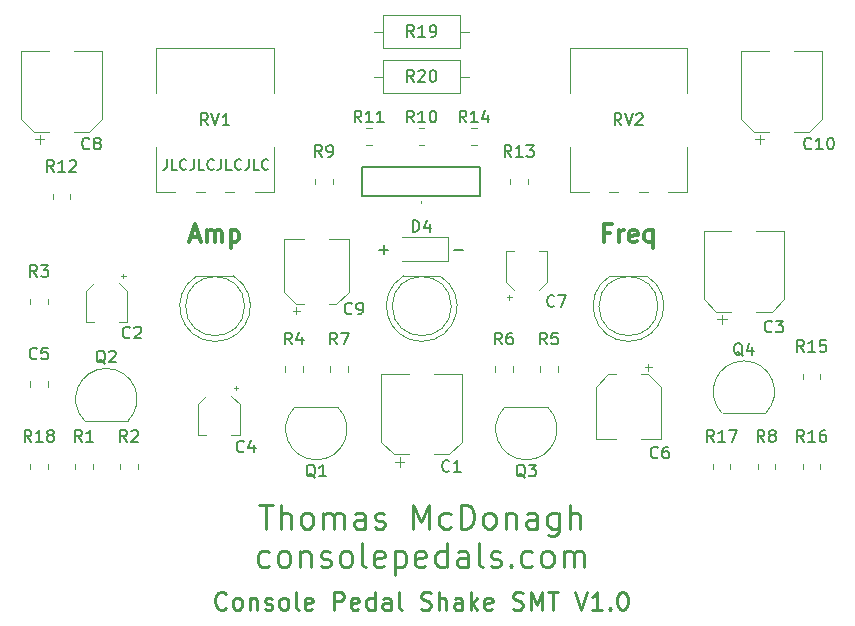
<source format=gbr>
G04 #@! TF.GenerationSoftware,KiCad,Pcbnew,(5.1.7)-1*
G04 #@! TF.CreationDate,2021-08-29T20:02:24-05:00*
G04 #@! TF.ProjectId,ConsolePedalShakeSMT,436f6e73-6f6c-4655-9065-64616c536861,rev?*
G04 #@! TF.SameCoordinates,Original*
G04 #@! TF.FileFunction,Legend,Top*
G04 #@! TF.FilePolarity,Positive*
%FSLAX46Y46*%
G04 Gerber Fmt 4.6, Leading zero omitted, Abs format (unit mm)*
G04 Created by KiCad (PCBNEW (5.1.7)-1) date 2021-08-29 20:02:24*
%MOMM*%
%LPD*%
G01*
G04 APERTURE LIST*
%ADD10C,0.150000*%
%ADD11C,0.300000*%
%ADD12C,0.250000*%
%ADD13C,0.100000*%
%ADD14C,0.200000*%
%ADD15C,0.120000*%
G04 APERTURE END LIST*
D10*
X135509047Y-91511428D02*
X136270952Y-91511428D01*
X129159047Y-91511428D02*
X129920952Y-91511428D01*
X129540000Y-91892380D02*
X129540000Y-91130476D01*
D11*
X148678571Y-90062857D02*
X148178571Y-90062857D01*
X148178571Y-90848571D02*
X148178571Y-89348571D01*
X148892857Y-89348571D01*
X149464285Y-90848571D02*
X149464285Y-89848571D01*
X149464285Y-90134285D02*
X149535714Y-89991428D01*
X149607142Y-89920000D01*
X149750000Y-89848571D01*
X149892857Y-89848571D01*
X150964285Y-90777142D02*
X150821428Y-90848571D01*
X150535714Y-90848571D01*
X150392857Y-90777142D01*
X150321428Y-90634285D01*
X150321428Y-90062857D01*
X150392857Y-89920000D01*
X150535714Y-89848571D01*
X150821428Y-89848571D01*
X150964285Y-89920000D01*
X151035714Y-90062857D01*
X151035714Y-90205714D01*
X150321428Y-90348571D01*
X152321428Y-89848571D02*
X152321428Y-91348571D01*
X152321428Y-90777142D02*
X152178571Y-90848571D01*
X151892857Y-90848571D01*
X151750000Y-90777142D01*
X151678571Y-90705714D01*
X151607142Y-90562857D01*
X151607142Y-90134285D01*
X151678571Y-89991428D01*
X151750000Y-89920000D01*
X151892857Y-89848571D01*
X152178571Y-89848571D01*
X152321428Y-89920000D01*
X113214285Y-90420000D02*
X113928571Y-90420000D01*
X113071428Y-90848571D02*
X113571428Y-89348571D01*
X114071428Y-90848571D01*
X114571428Y-90848571D02*
X114571428Y-89848571D01*
X114571428Y-89991428D02*
X114642857Y-89920000D01*
X114785714Y-89848571D01*
X115000000Y-89848571D01*
X115142857Y-89920000D01*
X115214285Y-90062857D01*
X115214285Y-90848571D01*
X115214285Y-90062857D02*
X115285714Y-89920000D01*
X115428571Y-89848571D01*
X115642857Y-89848571D01*
X115785714Y-89920000D01*
X115857142Y-90062857D01*
X115857142Y-90848571D01*
X116571428Y-89848571D02*
X116571428Y-91348571D01*
X116571428Y-89920000D02*
X116714285Y-89848571D01*
X117000000Y-89848571D01*
X117142857Y-89920000D01*
X117214285Y-89991428D01*
X117285714Y-90134285D01*
X117285714Y-90562857D01*
X117214285Y-90705714D01*
X117142857Y-90777142D01*
X117000000Y-90848571D01*
X116714285Y-90848571D01*
X116571428Y-90777142D01*
D10*
X111158857Y-83835142D02*
X111158857Y-84478000D01*
X111116000Y-84606571D01*
X111030285Y-84692285D01*
X110901714Y-84735142D01*
X110816000Y-84735142D01*
X112016000Y-84735142D02*
X111587428Y-84735142D01*
X111587428Y-83835142D01*
X112830285Y-84649428D02*
X112787428Y-84692285D01*
X112658857Y-84735142D01*
X112573142Y-84735142D01*
X112444571Y-84692285D01*
X112358857Y-84606571D01*
X112316000Y-84520857D01*
X112273142Y-84349428D01*
X112273142Y-84220857D01*
X112316000Y-84049428D01*
X112358857Y-83963714D01*
X112444571Y-83878000D01*
X112573142Y-83835142D01*
X112658857Y-83835142D01*
X112787428Y-83878000D01*
X112830285Y-83920857D01*
X113473142Y-83835142D02*
X113473142Y-84478000D01*
X113430285Y-84606571D01*
X113344571Y-84692285D01*
X113216000Y-84735142D01*
X113130285Y-84735142D01*
X114330285Y-84735142D02*
X113901714Y-84735142D01*
X113901714Y-83835142D01*
X115144571Y-84649428D02*
X115101714Y-84692285D01*
X114973142Y-84735142D01*
X114887428Y-84735142D01*
X114758857Y-84692285D01*
X114673142Y-84606571D01*
X114630285Y-84520857D01*
X114587428Y-84349428D01*
X114587428Y-84220857D01*
X114630285Y-84049428D01*
X114673142Y-83963714D01*
X114758857Y-83878000D01*
X114887428Y-83835142D01*
X114973142Y-83835142D01*
X115101714Y-83878000D01*
X115144571Y-83920857D01*
X115787428Y-83835142D02*
X115787428Y-84478000D01*
X115744571Y-84606571D01*
X115658857Y-84692285D01*
X115530285Y-84735142D01*
X115444571Y-84735142D01*
X116644571Y-84735142D02*
X116216000Y-84735142D01*
X116216000Y-83835142D01*
X117458857Y-84649428D02*
X117416000Y-84692285D01*
X117287428Y-84735142D01*
X117201714Y-84735142D01*
X117073142Y-84692285D01*
X116987428Y-84606571D01*
X116944571Y-84520857D01*
X116901714Y-84349428D01*
X116901714Y-84220857D01*
X116944571Y-84049428D01*
X116987428Y-83963714D01*
X117073142Y-83878000D01*
X117201714Y-83835142D01*
X117287428Y-83835142D01*
X117416000Y-83878000D01*
X117458857Y-83920857D01*
X118101714Y-83835142D02*
X118101714Y-84478000D01*
X118058857Y-84606571D01*
X117973142Y-84692285D01*
X117844571Y-84735142D01*
X117758857Y-84735142D01*
X118958857Y-84735142D02*
X118530285Y-84735142D01*
X118530285Y-83835142D01*
X119773142Y-84649428D02*
X119730285Y-84692285D01*
X119601714Y-84735142D01*
X119516000Y-84735142D01*
X119387428Y-84692285D01*
X119301714Y-84606571D01*
X119258857Y-84520857D01*
X119216000Y-84349428D01*
X119216000Y-84220857D01*
X119258857Y-84049428D01*
X119301714Y-83963714D01*
X119387428Y-83878000D01*
X119516000Y-83835142D01*
X119601714Y-83835142D01*
X119730285Y-83878000D01*
X119773142Y-83920857D01*
D12*
X116179285Y-121820714D02*
X116107857Y-121892142D01*
X115893571Y-121963571D01*
X115750714Y-121963571D01*
X115536428Y-121892142D01*
X115393571Y-121749285D01*
X115322142Y-121606428D01*
X115250714Y-121320714D01*
X115250714Y-121106428D01*
X115322142Y-120820714D01*
X115393571Y-120677857D01*
X115536428Y-120535000D01*
X115750714Y-120463571D01*
X115893571Y-120463571D01*
X116107857Y-120535000D01*
X116179285Y-120606428D01*
X117036428Y-121963571D02*
X116893571Y-121892142D01*
X116822142Y-121820714D01*
X116750714Y-121677857D01*
X116750714Y-121249285D01*
X116822142Y-121106428D01*
X116893571Y-121035000D01*
X117036428Y-120963571D01*
X117250714Y-120963571D01*
X117393571Y-121035000D01*
X117465000Y-121106428D01*
X117536428Y-121249285D01*
X117536428Y-121677857D01*
X117465000Y-121820714D01*
X117393571Y-121892142D01*
X117250714Y-121963571D01*
X117036428Y-121963571D01*
X118179285Y-120963571D02*
X118179285Y-121963571D01*
X118179285Y-121106428D02*
X118250714Y-121035000D01*
X118393571Y-120963571D01*
X118607857Y-120963571D01*
X118750714Y-121035000D01*
X118822142Y-121177857D01*
X118822142Y-121963571D01*
X119465000Y-121892142D02*
X119607857Y-121963571D01*
X119893571Y-121963571D01*
X120036428Y-121892142D01*
X120107857Y-121749285D01*
X120107857Y-121677857D01*
X120036428Y-121535000D01*
X119893571Y-121463571D01*
X119679285Y-121463571D01*
X119536428Y-121392142D01*
X119465000Y-121249285D01*
X119465000Y-121177857D01*
X119536428Y-121035000D01*
X119679285Y-120963571D01*
X119893571Y-120963571D01*
X120036428Y-121035000D01*
X120965000Y-121963571D02*
X120822142Y-121892142D01*
X120750714Y-121820714D01*
X120679285Y-121677857D01*
X120679285Y-121249285D01*
X120750714Y-121106428D01*
X120822142Y-121035000D01*
X120965000Y-120963571D01*
X121179285Y-120963571D01*
X121322142Y-121035000D01*
X121393571Y-121106428D01*
X121465000Y-121249285D01*
X121465000Y-121677857D01*
X121393571Y-121820714D01*
X121322142Y-121892142D01*
X121179285Y-121963571D01*
X120965000Y-121963571D01*
X122322142Y-121963571D02*
X122179285Y-121892142D01*
X122107857Y-121749285D01*
X122107857Y-120463571D01*
X123465000Y-121892142D02*
X123322142Y-121963571D01*
X123036428Y-121963571D01*
X122893571Y-121892142D01*
X122822142Y-121749285D01*
X122822142Y-121177857D01*
X122893571Y-121035000D01*
X123036428Y-120963571D01*
X123322142Y-120963571D01*
X123465000Y-121035000D01*
X123536428Y-121177857D01*
X123536428Y-121320714D01*
X122822142Y-121463571D01*
X125322142Y-121963571D02*
X125322142Y-120463571D01*
X125893571Y-120463571D01*
X126036428Y-120535000D01*
X126107857Y-120606428D01*
X126179285Y-120749285D01*
X126179285Y-120963571D01*
X126107857Y-121106428D01*
X126036428Y-121177857D01*
X125893571Y-121249285D01*
X125322142Y-121249285D01*
X127393571Y-121892142D02*
X127250714Y-121963571D01*
X126965000Y-121963571D01*
X126822142Y-121892142D01*
X126750714Y-121749285D01*
X126750714Y-121177857D01*
X126822142Y-121035000D01*
X126965000Y-120963571D01*
X127250714Y-120963571D01*
X127393571Y-121035000D01*
X127465000Y-121177857D01*
X127465000Y-121320714D01*
X126750714Y-121463571D01*
X128750714Y-121963571D02*
X128750714Y-120463571D01*
X128750714Y-121892142D02*
X128607857Y-121963571D01*
X128322142Y-121963571D01*
X128179285Y-121892142D01*
X128107857Y-121820714D01*
X128036428Y-121677857D01*
X128036428Y-121249285D01*
X128107857Y-121106428D01*
X128179285Y-121035000D01*
X128322142Y-120963571D01*
X128607857Y-120963571D01*
X128750714Y-121035000D01*
X130107857Y-121963571D02*
X130107857Y-121177857D01*
X130036428Y-121035000D01*
X129893571Y-120963571D01*
X129607857Y-120963571D01*
X129465000Y-121035000D01*
X130107857Y-121892142D02*
X129965000Y-121963571D01*
X129607857Y-121963571D01*
X129465000Y-121892142D01*
X129393571Y-121749285D01*
X129393571Y-121606428D01*
X129465000Y-121463571D01*
X129607857Y-121392142D01*
X129965000Y-121392142D01*
X130107857Y-121320714D01*
X131036428Y-121963571D02*
X130893571Y-121892142D01*
X130822142Y-121749285D01*
X130822142Y-120463571D01*
X132679285Y-121892142D02*
X132893571Y-121963571D01*
X133250714Y-121963571D01*
X133393571Y-121892142D01*
X133465000Y-121820714D01*
X133536428Y-121677857D01*
X133536428Y-121535000D01*
X133465000Y-121392142D01*
X133393571Y-121320714D01*
X133250714Y-121249285D01*
X132965000Y-121177857D01*
X132822142Y-121106428D01*
X132750714Y-121035000D01*
X132679285Y-120892142D01*
X132679285Y-120749285D01*
X132750714Y-120606428D01*
X132822142Y-120535000D01*
X132965000Y-120463571D01*
X133322142Y-120463571D01*
X133536428Y-120535000D01*
X134179285Y-121963571D02*
X134179285Y-120463571D01*
X134822142Y-121963571D02*
X134822142Y-121177857D01*
X134750714Y-121035000D01*
X134607857Y-120963571D01*
X134393571Y-120963571D01*
X134250714Y-121035000D01*
X134179285Y-121106428D01*
X136179285Y-121963571D02*
X136179285Y-121177857D01*
X136107857Y-121035000D01*
X135965000Y-120963571D01*
X135679285Y-120963571D01*
X135536428Y-121035000D01*
X136179285Y-121892142D02*
X136036428Y-121963571D01*
X135679285Y-121963571D01*
X135536428Y-121892142D01*
X135465000Y-121749285D01*
X135465000Y-121606428D01*
X135536428Y-121463571D01*
X135679285Y-121392142D01*
X136036428Y-121392142D01*
X136179285Y-121320714D01*
X136893571Y-121963571D02*
X136893571Y-120463571D01*
X137036428Y-121392142D02*
X137465000Y-121963571D01*
X137465000Y-120963571D02*
X136893571Y-121535000D01*
X138679285Y-121892142D02*
X138536428Y-121963571D01*
X138250714Y-121963571D01*
X138107857Y-121892142D01*
X138036428Y-121749285D01*
X138036428Y-121177857D01*
X138107857Y-121035000D01*
X138250714Y-120963571D01*
X138536428Y-120963571D01*
X138679285Y-121035000D01*
X138750714Y-121177857D01*
X138750714Y-121320714D01*
X138036428Y-121463571D01*
X140465000Y-121892142D02*
X140679285Y-121963571D01*
X141036428Y-121963571D01*
X141179285Y-121892142D01*
X141250714Y-121820714D01*
X141322142Y-121677857D01*
X141322142Y-121535000D01*
X141250714Y-121392142D01*
X141179285Y-121320714D01*
X141036428Y-121249285D01*
X140750714Y-121177857D01*
X140607857Y-121106428D01*
X140536428Y-121035000D01*
X140465000Y-120892142D01*
X140465000Y-120749285D01*
X140536428Y-120606428D01*
X140607857Y-120535000D01*
X140750714Y-120463571D01*
X141107857Y-120463571D01*
X141322142Y-120535000D01*
X141965000Y-121963571D02*
X141965000Y-120463571D01*
X142465000Y-121535000D01*
X142965000Y-120463571D01*
X142965000Y-121963571D01*
X143465000Y-120463571D02*
X144322142Y-120463571D01*
X143893571Y-121963571D02*
X143893571Y-120463571D01*
X145750714Y-120463571D02*
X146250714Y-121963571D01*
X146750714Y-120463571D01*
X148036428Y-121963571D02*
X147179285Y-121963571D01*
X147607857Y-121963571D02*
X147607857Y-120463571D01*
X147465000Y-120677857D01*
X147322142Y-120820714D01*
X147179285Y-120892142D01*
X148679285Y-121820714D02*
X148750714Y-121892142D01*
X148679285Y-121963571D01*
X148607857Y-121892142D01*
X148679285Y-121820714D01*
X148679285Y-121963571D01*
X149679285Y-120463571D02*
X149822142Y-120463571D01*
X149965000Y-120535000D01*
X150036428Y-120606428D01*
X150107857Y-120749285D01*
X150179285Y-121035000D01*
X150179285Y-121392142D01*
X150107857Y-121677857D01*
X150036428Y-121820714D01*
X149965000Y-121892142D01*
X149822142Y-121963571D01*
X149679285Y-121963571D01*
X149536428Y-121892142D01*
X149465000Y-121820714D01*
X149393571Y-121677857D01*
X149322142Y-121392142D01*
X149322142Y-121035000D01*
X149393571Y-120749285D01*
X149465000Y-120606428D01*
X149536428Y-120535000D01*
X149679285Y-120463571D01*
X119000714Y-113103761D02*
X120143571Y-113103761D01*
X119572142Y-115103761D02*
X119572142Y-113103761D01*
X120810238Y-115103761D02*
X120810238Y-113103761D01*
X121667380Y-115103761D02*
X121667380Y-114056142D01*
X121572142Y-113865666D01*
X121381666Y-113770428D01*
X121095952Y-113770428D01*
X120905476Y-113865666D01*
X120810238Y-113960904D01*
X122905476Y-115103761D02*
X122715000Y-115008523D01*
X122619761Y-114913285D01*
X122524523Y-114722809D01*
X122524523Y-114151380D01*
X122619761Y-113960904D01*
X122715000Y-113865666D01*
X122905476Y-113770428D01*
X123191190Y-113770428D01*
X123381666Y-113865666D01*
X123476904Y-113960904D01*
X123572142Y-114151380D01*
X123572142Y-114722809D01*
X123476904Y-114913285D01*
X123381666Y-115008523D01*
X123191190Y-115103761D01*
X122905476Y-115103761D01*
X124429285Y-115103761D02*
X124429285Y-113770428D01*
X124429285Y-113960904D02*
X124524523Y-113865666D01*
X124715000Y-113770428D01*
X125000714Y-113770428D01*
X125191190Y-113865666D01*
X125286428Y-114056142D01*
X125286428Y-115103761D01*
X125286428Y-114056142D02*
X125381666Y-113865666D01*
X125572142Y-113770428D01*
X125857857Y-113770428D01*
X126048333Y-113865666D01*
X126143571Y-114056142D01*
X126143571Y-115103761D01*
X127953095Y-115103761D02*
X127953095Y-114056142D01*
X127857857Y-113865666D01*
X127667380Y-113770428D01*
X127286428Y-113770428D01*
X127095952Y-113865666D01*
X127953095Y-115008523D02*
X127762619Y-115103761D01*
X127286428Y-115103761D01*
X127095952Y-115008523D01*
X127000714Y-114818047D01*
X127000714Y-114627571D01*
X127095952Y-114437095D01*
X127286428Y-114341857D01*
X127762619Y-114341857D01*
X127953095Y-114246619D01*
X128810238Y-115008523D02*
X129000714Y-115103761D01*
X129381666Y-115103761D01*
X129572142Y-115008523D01*
X129667380Y-114818047D01*
X129667380Y-114722809D01*
X129572142Y-114532333D01*
X129381666Y-114437095D01*
X129095952Y-114437095D01*
X128905476Y-114341857D01*
X128810238Y-114151380D01*
X128810238Y-114056142D01*
X128905476Y-113865666D01*
X129095952Y-113770428D01*
X129381666Y-113770428D01*
X129572142Y-113865666D01*
X132048333Y-115103761D02*
X132048333Y-113103761D01*
X132715000Y-114532333D01*
X133381666Y-113103761D01*
X133381666Y-115103761D01*
X135191190Y-115008523D02*
X135000714Y-115103761D01*
X134619761Y-115103761D01*
X134429285Y-115008523D01*
X134334047Y-114913285D01*
X134238809Y-114722809D01*
X134238809Y-114151380D01*
X134334047Y-113960904D01*
X134429285Y-113865666D01*
X134619761Y-113770428D01*
X135000714Y-113770428D01*
X135191190Y-113865666D01*
X136048333Y-115103761D02*
X136048333Y-113103761D01*
X136524523Y-113103761D01*
X136810238Y-113199000D01*
X137000714Y-113389476D01*
X137095952Y-113579952D01*
X137191190Y-113960904D01*
X137191190Y-114246619D01*
X137095952Y-114627571D01*
X137000714Y-114818047D01*
X136810238Y-115008523D01*
X136524523Y-115103761D01*
X136048333Y-115103761D01*
X138334047Y-115103761D02*
X138143571Y-115008523D01*
X138048333Y-114913285D01*
X137953095Y-114722809D01*
X137953095Y-114151380D01*
X138048333Y-113960904D01*
X138143571Y-113865666D01*
X138334047Y-113770428D01*
X138619761Y-113770428D01*
X138810238Y-113865666D01*
X138905476Y-113960904D01*
X139000714Y-114151380D01*
X139000714Y-114722809D01*
X138905476Y-114913285D01*
X138810238Y-115008523D01*
X138619761Y-115103761D01*
X138334047Y-115103761D01*
X139857857Y-113770428D02*
X139857857Y-115103761D01*
X139857857Y-113960904D02*
X139953095Y-113865666D01*
X140143571Y-113770428D01*
X140429285Y-113770428D01*
X140619761Y-113865666D01*
X140715000Y-114056142D01*
X140715000Y-115103761D01*
X142524523Y-115103761D02*
X142524523Y-114056142D01*
X142429285Y-113865666D01*
X142238809Y-113770428D01*
X141857857Y-113770428D01*
X141667380Y-113865666D01*
X142524523Y-115008523D02*
X142334047Y-115103761D01*
X141857857Y-115103761D01*
X141667380Y-115008523D01*
X141572142Y-114818047D01*
X141572142Y-114627571D01*
X141667380Y-114437095D01*
X141857857Y-114341857D01*
X142334047Y-114341857D01*
X142524523Y-114246619D01*
X144334047Y-113770428D02*
X144334047Y-115389476D01*
X144238809Y-115579952D01*
X144143571Y-115675190D01*
X143953095Y-115770428D01*
X143667380Y-115770428D01*
X143476904Y-115675190D01*
X144334047Y-115008523D02*
X144143571Y-115103761D01*
X143762619Y-115103761D01*
X143572142Y-115008523D01*
X143476904Y-114913285D01*
X143381666Y-114722809D01*
X143381666Y-114151380D01*
X143476904Y-113960904D01*
X143572142Y-113865666D01*
X143762619Y-113770428D01*
X144143571Y-113770428D01*
X144334047Y-113865666D01*
X145286428Y-115103761D02*
X145286428Y-113103761D01*
X146143571Y-115103761D02*
X146143571Y-114056142D01*
X146048333Y-113865666D01*
X145857857Y-113770428D01*
X145572142Y-113770428D01*
X145381666Y-113865666D01*
X145286428Y-113960904D01*
X119810238Y-118258523D02*
X119619761Y-118353761D01*
X119238809Y-118353761D01*
X119048333Y-118258523D01*
X118953095Y-118163285D01*
X118857857Y-117972809D01*
X118857857Y-117401380D01*
X118953095Y-117210904D01*
X119048333Y-117115666D01*
X119238809Y-117020428D01*
X119619761Y-117020428D01*
X119810238Y-117115666D01*
X120953095Y-118353761D02*
X120762619Y-118258523D01*
X120667380Y-118163285D01*
X120572142Y-117972809D01*
X120572142Y-117401380D01*
X120667380Y-117210904D01*
X120762619Y-117115666D01*
X120953095Y-117020428D01*
X121238809Y-117020428D01*
X121429285Y-117115666D01*
X121524523Y-117210904D01*
X121619761Y-117401380D01*
X121619761Y-117972809D01*
X121524523Y-118163285D01*
X121429285Y-118258523D01*
X121238809Y-118353761D01*
X120953095Y-118353761D01*
X122476904Y-117020428D02*
X122476904Y-118353761D01*
X122476904Y-117210904D02*
X122572142Y-117115666D01*
X122762619Y-117020428D01*
X123048333Y-117020428D01*
X123238809Y-117115666D01*
X123334047Y-117306142D01*
X123334047Y-118353761D01*
X124191190Y-118258523D02*
X124381666Y-118353761D01*
X124762619Y-118353761D01*
X124953095Y-118258523D01*
X125048333Y-118068047D01*
X125048333Y-117972809D01*
X124953095Y-117782333D01*
X124762619Y-117687095D01*
X124476904Y-117687095D01*
X124286428Y-117591857D01*
X124191190Y-117401380D01*
X124191190Y-117306142D01*
X124286428Y-117115666D01*
X124476904Y-117020428D01*
X124762619Y-117020428D01*
X124953095Y-117115666D01*
X126191190Y-118353761D02*
X126000714Y-118258523D01*
X125905476Y-118163285D01*
X125810238Y-117972809D01*
X125810238Y-117401380D01*
X125905476Y-117210904D01*
X126000714Y-117115666D01*
X126191190Y-117020428D01*
X126476904Y-117020428D01*
X126667380Y-117115666D01*
X126762619Y-117210904D01*
X126857857Y-117401380D01*
X126857857Y-117972809D01*
X126762619Y-118163285D01*
X126667380Y-118258523D01*
X126476904Y-118353761D01*
X126191190Y-118353761D01*
X128000714Y-118353761D02*
X127810238Y-118258523D01*
X127715000Y-118068047D01*
X127715000Y-116353761D01*
X129524523Y-118258523D02*
X129334047Y-118353761D01*
X128953095Y-118353761D01*
X128762619Y-118258523D01*
X128667380Y-118068047D01*
X128667380Y-117306142D01*
X128762619Y-117115666D01*
X128953095Y-117020428D01*
X129334047Y-117020428D01*
X129524523Y-117115666D01*
X129619761Y-117306142D01*
X129619761Y-117496619D01*
X128667380Y-117687095D01*
X130476904Y-117020428D02*
X130476904Y-119020428D01*
X130476904Y-117115666D02*
X130667380Y-117020428D01*
X131048333Y-117020428D01*
X131238809Y-117115666D01*
X131334047Y-117210904D01*
X131429285Y-117401380D01*
X131429285Y-117972809D01*
X131334047Y-118163285D01*
X131238809Y-118258523D01*
X131048333Y-118353761D01*
X130667380Y-118353761D01*
X130476904Y-118258523D01*
X133048333Y-118258523D02*
X132857857Y-118353761D01*
X132476904Y-118353761D01*
X132286428Y-118258523D01*
X132191190Y-118068047D01*
X132191190Y-117306142D01*
X132286428Y-117115666D01*
X132476904Y-117020428D01*
X132857857Y-117020428D01*
X133048333Y-117115666D01*
X133143571Y-117306142D01*
X133143571Y-117496619D01*
X132191190Y-117687095D01*
X134857857Y-118353761D02*
X134857857Y-116353761D01*
X134857857Y-118258523D02*
X134667380Y-118353761D01*
X134286428Y-118353761D01*
X134095952Y-118258523D01*
X134000714Y-118163285D01*
X133905476Y-117972809D01*
X133905476Y-117401380D01*
X134000714Y-117210904D01*
X134095952Y-117115666D01*
X134286428Y-117020428D01*
X134667380Y-117020428D01*
X134857857Y-117115666D01*
X136667380Y-118353761D02*
X136667380Y-117306142D01*
X136572142Y-117115666D01*
X136381666Y-117020428D01*
X136000714Y-117020428D01*
X135810238Y-117115666D01*
X136667380Y-118258523D02*
X136476904Y-118353761D01*
X136000714Y-118353761D01*
X135810238Y-118258523D01*
X135715000Y-118068047D01*
X135715000Y-117877571D01*
X135810238Y-117687095D01*
X136000714Y-117591857D01*
X136476904Y-117591857D01*
X136667380Y-117496619D01*
X137905476Y-118353761D02*
X137715000Y-118258523D01*
X137619761Y-118068047D01*
X137619761Y-116353761D01*
X138572142Y-118258523D02*
X138762619Y-118353761D01*
X139143571Y-118353761D01*
X139334047Y-118258523D01*
X139429285Y-118068047D01*
X139429285Y-117972809D01*
X139334047Y-117782333D01*
X139143571Y-117687095D01*
X138857857Y-117687095D01*
X138667380Y-117591857D01*
X138572142Y-117401380D01*
X138572142Y-117306142D01*
X138667380Y-117115666D01*
X138857857Y-117020428D01*
X139143571Y-117020428D01*
X139334047Y-117115666D01*
X140286428Y-118163285D02*
X140381666Y-118258523D01*
X140286428Y-118353761D01*
X140191190Y-118258523D01*
X140286428Y-118163285D01*
X140286428Y-118353761D01*
X142095952Y-118258523D02*
X141905476Y-118353761D01*
X141524523Y-118353761D01*
X141334047Y-118258523D01*
X141238809Y-118163285D01*
X141143571Y-117972809D01*
X141143571Y-117401380D01*
X141238809Y-117210904D01*
X141334047Y-117115666D01*
X141524523Y-117020428D01*
X141905476Y-117020428D01*
X142095952Y-117115666D01*
X143238809Y-118353761D02*
X143048333Y-118258523D01*
X142953095Y-118163285D01*
X142857857Y-117972809D01*
X142857857Y-117401380D01*
X142953095Y-117210904D01*
X143048333Y-117115666D01*
X143238809Y-117020428D01*
X143524523Y-117020428D01*
X143715000Y-117115666D01*
X143810238Y-117210904D01*
X143905476Y-117401380D01*
X143905476Y-117972809D01*
X143810238Y-118163285D01*
X143715000Y-118258523D01*
X143524523Y-118353761D01*
X143238809Y-118353761D01*
X144762619Y-118353761D02*
X144762619Y-117020428D01*
X144762619Y-117210904D02*
X144857857Y-117115666D01*
X145048333Y-117020428D01*
X145334047Y-117020428D01*
X145524523Y-117115666D01*
X145619761Y-117306142D01*
X145619761Y-118353761D01*
X145619761Y-117306142D02*
X145715000Y-117115666D01*
X145905476Y-117020428D01*
X146191190Y-117020428D01*
X146381666Y-117115666D01*
X146476904Y-117306142D01*
X146476904Y-118353761D01*
D13*
G04 #@! TO.C,SW1*
X132715000Y-87525000D02*
G75*
G02*
X132715000Y-87425000I0J50000D01*
G01*
X132715000Y-87425000D02*
G75*
G02*
X132715000Y-87525000I0J-50000D01*
G01*
X132715000Y-87425000D02*
X132715000Y-87425000D01*
X132715000Y-87525000D02*
X132715000Y-87525000D01*
D14*
X127715000Y-86975000D02*
X127715000Y-84475000D01*
X137715000Y-86975000D02*
X127715000Y-86975000D01*
X137715000Y-84475000D02*
X137715000Y-86975000D01*
X127715000Y-84475000D02*
X137715000Y-84475000D01*
D15*
G04 #@! TO.C,D1*
X117750000Y-96270000D02*
G75*
G03*
X117750000Y-96270000I-2500000J0D01*
G01*
X116795000Y-93710000D02*
X113705000Y-93710000D01*
X115249538Y-99260000D02*
G75*
G03*
X116794830Y-93710000I462J2990000D01*
G01*
X115250462Y-99260000D02*
G75*
G02*
X113705170Y-93710000I-462J2990000D01*
G01*
G04 #@! TO.C,D2*
X151795000Y-93710000D02*
X148705000Y-93710000D01*
X152750000Y-96270000D02*
G75*
G03*
X152750000Y-96270000I-2500000J0D01*
G01*
X150250462Y-99260000D02*
G75*
G02*
X148705170Y-93710000I-462J2990000D01*
G01*
X150249538Y-99260000D02*
G75*
G03*
X151794830Y-93710000I462J2990000D01*
G01*
G04 #@! TO.C,R20*
X129445000Y-75465000D02*
X129445000Y-78205000D01*
X129445000Y-78205000D02*
X135985000Y-78205000D01*
X135985000Y-78205000D02*
X135985000Y-75465000D01*
X135985000Y-75465000D02*
X129445000Y-75465000D01*
X128675000Y-76835000D02*
X129445000Y-76835000D01*
X136755000Y-76835000D02*
X135985000Y-76835000D01*
G04 #@! TO.C,D3*
X134295000Y-93710000D02*
X131205000Y-93710000D01*
X135250000Y-96270000D02*
G75*
G03*
X135250000Y-96270000I-2500000J0D01*
G01*
X132749538Y-99260000D02*
G75*
G03*
X134294830Y-93710000I462J2990000D01*
G01*
X132750462Y-99260000D02*
G75*
G02*
X131205170Y-93710000I-462J2990000D01*
G01*
G04 #@! TO.C,Q1*
X125625000Y-104830000D02*
X122025000Y-104830000D01*
X121986522Y-104841522D02*
G75*
G03*
X123825000Y-109280000I1838478J-1838478D01*
G01*
X125663478Y-104841522D02*
G75*
G02*
X123825000Y-109280000I-1838478J-1838478D01*
G01*
G04 #@! TO.C,Q2*
X104245000Y-105990000D02*
X107845000Y-105990000D01*
X107883478Y-105978478D02*
G75*
G03*
X106045000Y-101540000I-1838478J1838478D01*
G01*
X104206522Y-105978478D02*
G75*
G02*
X106045000Y-101540000I1838478J1838478D01*
G01*
G04 #@! TO.C,Q3*
X143405000Y-104830000D02*
X139805000Y-104830000D01*
X143443478Y-104841522D02*
G75*
G02*
X141605000Y-109280000I-1838478J-1838478D01*
G01*
X139766522Y-104841522D02*
G75*
G03*
X141605000Y-109280000I1838478J-1838478D01*
G01*
G04 #@! TO.C,Q4*
X158220000Y-105355000D02*
X161820000Y-105355000D01*
X158181522Y-105343478D02*
G75*
G02*
X160020000Y-100905000I1838478J1838478D01*
G01*
X161858478Y-105343478D02*
G75*
G03*
X160020000Y-100905000I-1838478J1838478D01*
G01*
G04 #@! TO.C,R19*
X136755000Y-73025000D02*
X135985000Y-73025000D01*
X128675000Y-73025000D02*
X129445000Y-73025000D01*
X135985000Y-71655000D02*
X129445000Y-71655000D01*
X135985000Y-74395000D02*
X135985000Y-71655000D01*
X129445000Y-74395000D02*
X135985000Y-74395000D01*
X129445000Y-71655000D02*
X129445000Y-74395000D01*
G04 #@! TO.C,RV1*
X110280000Y-86620000D02*
X110280000Y-82755000D01*
X110280000Y-78245000D02*
X110280000Y-74380000D01*
X120220000Y-86620000D02*
X120220000Y-82755000D01*
X120220000Y-78245000D02*
X120220000Y-74380000D01*
X110280000Y-86620000D02*
X111879000Y-86620000D01*
X113621000Y-86620000D02*
X114380000Y-86620000D01*
X116121000Y-86620000D02*
X116880000Y-86620000D01*
X118620000Y-86620000D02*
X120220000Y-86620000D01*
X110280000Y-74380000D02*
X120220000Y-74380000D01*
G04 #@! TO.C,RV2*
X145280000Y-74380000D02*
X155220000Y-74380000D01*
X153620000Y-86620000D02*
X155220000Y-86620000D01*
X151121000Y-86620000D02*
X151880000Y-86620000D01*
X148621000Y-86620000D02*
X149380000Y-86620000D01*
X145280000Y-86620000D02*
X146879000Y-86620000D01*
X155220000Y-78245000D02*
X155220000Y-74380000D01*
X155220000Y-86620000D02*
X155220000Y-82755000D01*
X145280000Y-78245000D02*
X145280000Y-74380000D01*
X145280000Y-86620000D02*
X145280000Y-82755000D01*
G04 #@! TO.C,C1*
X136125000Y-102000000D02*
X133775000Y-102000000D01*
X129305000Y-102000000D02*
X131655000Y-102000000D01*
X129305000Y-107755563D02*
X129305000Y-102000000D01*
X136125000Y-107755563D02*
X136125000Y-102000000D01*
X135060563Y-108820000D02*
X133775000Y-108820000D01*
X130369437Y-108820000D02*
X131655000Y-108820000D01*
X130369437Y-108820000D02*
X129305000Y-107755563D01*
X135060563Y-108820000D02*
X136125000Y-107755563D01*
X130867500Y-109847500D02*
X130867500Y-109060000D01*
X130473750Y-109453750D02*
X131261250Y-109453750D01*
G04 #@! TO.C,C2*
X104285000Y-97645000D02*
X104985000Y-97645000D01*
X107805000Y-97645000D02*
X107105000Y-97645000D01*
X107805000Y-95014437D02*
X107805000Y-97645000D01*
X104285000Y-95014437D02*
X104285000Y-97645000D01*
X107105000Y-94314437D02*
X107805000Y-95014437D01*
X104985000Y-94314437D02*
X104285000Y-95014437D01*
X107480000Y-93510000D02*
X107480000Y-93885000D01*
X107667500Y-93697500D02*
X107292500Y-93697500D01*
G04 #@! TO.C,C3*
X163430000Y-89935000D02*
X161080000Y-89935000D01*
X156610000Y-89935000D02*
X158960000Y-89935000D01*
X156610000Y-95690563D02*
X156610000Y-89935000D01*
X163430000Y-95690563D02*
X163430000Y-89935000D01*
X162365563Y-96755000D02*
X161080000Y-96755000D01*
X157674437Y-96755000D02*
X158960000Y-96755000D01*
X157674437Y-96755000D02*
X156610000Y-95690563D01*
X162365563Y-96755000D02*
X163430000Y-95690563D01*
X158172500Y-97782500D02*
X158172500Y-96995000D01*
X157778750Y-97388750D02*
X158566250Y-97388750D01*
G04 #@! TO.C,C4*
X117192500Y-103222500D02*
X116817500Y-103222500D01*
X117005000Y-103035000D02*
X117005000Y-103410000D01*
X114510000Y-103839437D02*
X113810000Y-104539437D01*
X116630000Y-103839437D02*
X117330000Y-104539437D01*
X113810000Y-104539437D02*
X113810000Y-107170000D01*
X117330000Y-104539437D02*
X117330000Y-107170000D01*
X117330000Y-107170000D02*
X116630000Y-107170000D01*
X113810000Y-107170000D02*
X114510000Y-107170000D01*
G04 #@! TO.C,C5*
X99595000Y-102608748D02*
X99595000Y-103131252D01*
X101065000Y-102608748D02*
X101065000Y-103131252D01*
G04 #@! TO.C,C6*
X152247500Y-101462500D02*
X151622500Y-101462500D01*
X151935000Y-101150000D02*
X151935000Y-101775000D01*
X148554437Y-102015000D02*
X147490000Y-103079437D01*
X151945563Y-102015000D02*
X153010000Y-103079437D01*
X151945563Y-102015000D02*
X151310000Y-102015000D01*
X148554437Y-102015000D02*
X149190000Y-102015000D01*
X147490000Y-103079437D02*
X147490000Y-107535000D01*
X153010000Y-103079437D02*
X153010000Y-107535000D01*
X153010000Y-107535000D02*
X151310000Y-107535000D01*
X147490000Y-107535000D02*
X149190000Y-107535000D01*
G04 #@! TO.C,C7*
X139982500Y-95532500D02*
X140357500Y-95532500D01*
X140170000Y-95720000D02*
X140170000Y-95345000D01*
X142665000Y-94915563D02*
X143365000Y-94215563D01*
X140545000Y-94915563D02*
X139845000Y-94215563D01*
X143365000Y-94215563D02*
X143365000Y-91585000D01*
X139845000Y-94215563D02*
X139845000Y-91585000D01*
X139845000Y-91585000D02*
X140545000Y-91585000D01*
X143365000Y-91585000D02*
X142665000Y-91585000D01*
G04 #@! TO.C,C8*
X99993750Y-82148750D02*
X100781250Y-82148750D01*
X100387500Y-82542500D02*
X100387500Y-81755000D01*
X104580563Y-81515000D02*
X105645000Y-80450563D01*
X99889437Y-81515000D02*
X98825000Y-80450563D01*
X99889437Y-81515000D02*
X101175000Y-81515000D01*
X104580563Y-81515000D02*
X103295000Y-81515000D01*
X105645000Y-80450563D02*
X105645000Y-74695000D01*
X98825000Y-80450563D02*
X98825000Y-74695000D01*
X98825000Y-74695000D02*
X101175000Y-74695000D01*
X105645000Y-74695000D02*
X103295000Y-74695000D01*
G04 #@! TO.C,C9*
X126585000Y-90585000D02*
X124885000Y-90585000D01*
X121065000Y-90585000D02*
X122765000Y-90585000D01*
X121065000Y-95040563D02*
X121065000Y-90585000D01*
X126585000Y-95040563D02*
X126585000Y-90585000D01*
X125520563Y-96105000D02*
X124885000Y-96105000D01*
X122129437Y-96105000D02*
X122765000Y-96105000D01*
X122129437Y-96105000D02*
X121065000Y-95040563D01*
X125520563Y-96105000D02*
X126585000Y-95040563D01*
X122140000Y-96970000D02*
X122140000Y-96345000D01*
X121827500Y-96657500D02*
X122452500Y-96657500D01*
G04 #@! TO.C,C10*
X160953750Y-82148750D02*
X161741250Y-82148750D01*
X161347500Y-82542500D02*
X161347500Y-81755000D01*
X165540563Y-81515000D02*
X166605000Y-80450563D01*
X160849437Y-81515000D02*
X159785000Y-80450563D01*
X160849437Y-81515000D02*
X162135000Y-81515000D01*
X165540563Y-81515000D02*
X164255000Y-81515000D01*
X166605000Y-80450563D02*
X166605000Y-74695000D01*
X159785000Y-80450563D02*
X159785000Y-74695000D01*
X159785000Y-74695000D02*
X162135000Y-74695000D01*
X166605000Y-74695000D02*
X164255000Y-74695000D01*
G04 #@! TO.C,D4*
X134965000Y-92440000D02*
X131065000Y-92440000D01*
X134965000Y-90440000D02*
X131065000Y-90440000D01*
X134965000Y-92440000D02*
X134965000Y-90440000D01*
G04 #@! TO.C,R1*
X104875000Y-109627936D02*
X104875000Y-110082064D01*
X103405000Y-109627936D02*
X103405000Y-110082064D01*
G04 #@! TO.C,R2*
X108685000Y-110082064D02*
X108685000Y-109627936D01*
X107215000Y-110082064D02*
X107215000Y-109627936D01*
G04 #@! TO.C,R3*
X99595000Y-95657936D02*
X99595000Y-96112064D01*
X101065000Y-95657936D02*
X101065000Y-96112064D01*
G04 #@! TO.C,R4*
X122655000Y-101372936D02*
X122655000Y-101827064D01*
X121185000Y-101372936D02*
X121185000Y-101827064D01*
G04 #@! TO.C,R5*
X142775000Y-101372936D02*
X142775000Y-101827064D01*
X144245000Y-101372936D02*
X144245000Y-101827064D01*
G04 #@! TO.C,R6*
X138965000Y-101827064D02*
X138965000Y-101372936D01*
X140435000Y-101827064D02*
X140435000Y-101372936D01*
G04 #@! TO.C,R7*
X126465000Y-101827064D02*
X126465000Y-101372936D01*
X124995000Y-101827064D02*
X124995000Y-101372936D01*
G04 #@! TO.C,R8*
X161190000Y-110082064D02*
X161190000Y-109627936D01*
X162660000Y-110082064D02*
X162660000Y-109627936D01*
G04 #@! TO.C,R9*
X125195000Y-85952064D02*
X125195000Y-85497936D01*
X123725000Y-85952064D02*
X123725000Y-85497936D01*
G04 #@! TO.C,R10*
X132487936Y-81180000D02*
X132942064Y-81180000D01*
X132487936Y-82650000D02*
X132942064Y-82650000D01*
G04 #@! TO.C,R11*
X128497064Y-82650000D02*
X128042936Y-82650000D01*
X128497064Y-81180000D02*
X128042936Y-81180000D01*
G04 #@! TO.C,R12*
X101500000Y-86767936D02*
X101500000Y-87222064D01*
X102970000Y-86767936D02*
X102970000Y-87222064D01*
G04 #@! TO.C,R13*
X141705000Y-85497936D02*
X141705000Y-85952064D01*
X140235000Y-85497936D02*
X140235000Y-85952064D01*
G04 #@! TO.C,R14*
X136932936Y-82650000D02*
X137387064Y-82650000D01*
X136932936Y-81180000D02*
X137387064Y-81180000D01*
G04 #@! TO.C,R15*
X166470000Y-102007936D02*
X166470000Y-102462064D01*
X165000000Y-102007936D02*
X165000000Y-102462064D01*
G04 #@! TO.C,R16*
X165000000Y-109627936D02*
X165000000Y-110082064D01*
X166470000Y-109627936D02*
X166470000Y-110082064D01*
G04 #@! TO.C,R17*
X158850000Y-110082064D02*
X158850000Y-109627936D01*
X157380000Y-110082064D02*
X157380000Y-109627936D01*
G04 #@! TO.C,R18*
X101065000Y-109627936D02*
X101065000Y-110082064D01*
X99595000Y-109627936D02*
X99595000Y-110082064D01*
G04 #@! TO.C,R20*
D10*
X132072142Y-77287380D02*
X131738809Y-76811190D01*
X131500714Y-77287380D02*
X131500714Y-76287380D01*
X131881666Y-76287380D01*
X131976904Y-76335000D01*
X132024523Y-76382619D01*
X132072142Y-76477857D01*
X132072142Y-76620714D01*
X132024523Y-76715952D01*
X131976904Y-76763571D01*
X131881666Y-76811190D01*
X131500714Y-76811190D01*
X132453095Y-76382619D02*
X132500714Y-76335000D01*
X132595952Y-76287380D01*
X132834047Y-76287380D01*
X132929285Y-76335000D01*
X132976904Y-76382619D01*
X133024523Y-76477857D01*
X133024523Y-76573095D01*
X132976904Y-76715952D01*
X132405476Y-77287380D01*
X133024523Y-77287380D01*
X133643571Y-76287380D02*
X133738809Y-76287380D01*
X133834047Y-76335000D01*
X133881666Y-76382619D01*
X133929285Y-76477857D01*
X133976904Y-76668333D01*
X133976904Y-76906428D01*
X133929285Y-77096904D01*
X133881666Y-77192142D01*
X133834047Y-77239761D01*
X133738809Y-77287380D01*
X133643571Y-77287380D01*
X133548333Y-77239761D01*
X133500714Y-77192142D01*
X133453095Y-77096904D01*
X133405476Y-76906428D01*
X133405476Y-76668333D01*
X133453095Y-76477857D01*
X133500714Y-76382619D01*
X133548333Y-76335000D01*
X133643571Y-76287380D01*
G04 #@! TO.C,Q1*
X123729761Y-110787619D02*
X123634523Y-110740000D01*
X123539285Y-110644761D01*
X123396428Y-110501904D01*
X123301190Y-110454285D01*
X123205952Y-110454285D01*
X123253571Y-110692380D02*
X123158333Y-110644761D01*
X123063095Y-110549523D01*
X123015476Y-110359047D01*
X123015476Y-110025714D01*
X123063095Y-109835238D01*
X123158333Y-109740000D01*
X123253571Y-109692380D01*
X123444047Y-109692380D01*
X123539285Y-109740000D01*
X123634523Y-109835238D01*
X123682142Y-110025714D01*
X123682142Y-110359047D01*
X123634523Y-110549523D01*
X123539285Y-110644761D01*
X123444047Y-110692380D01*
X123253571Y-110692380D01*
X124634523Y-110692380D02*
X124063095Y-110692380D01*
X124348809Y-110692380D02*
X124348809Y-109692380D01*
X124253571Y-109835238D01*
X124158333Y-109930476D01*
X124063095Y-109978095D01*
G04 #@! TO.C,Q2*
X105949761Y-101127619D02*
X105854523Y-101080000D01*
X105759285Y-100984761D01*
X105616428Y-100841904D01*
X105521190Y-100794285D01*
X105425952Y-100794285D01*
X105473571Y-101032380D02*
X105378333Y-100984761D01*
X105283095Y-100889523D01*
X105235476Y-100699047D01*
X105235476Y-100365714D01*
X105283095Y-100175238D01*
X105378333Y-100080000D01*
X105473571Y-100032380D01*
X105664047Y-100032380D01*
X105759285Y-100080000D01*
X105854523Y-100175238D01*
X105902142Y-100365714D01*
X105902142Y-100699047D01*
X105854523Y-100889523D01*
X105759285Y-100984761D01*
X105664047Y-101032380D01*
X105473571Y-101032380D01*
X106283095Y-100127619D02*
X106330714Y-100080000D01*
X106425952Y-100032380D01*
X106664047Y-100032380D01*
X106759285Y-100080000D01*
X106806904Y-100127619D01*
X106854523Y-100222857D01*
X106854523Y-100318095D01*
X106806904Y-100460952D01*
X106235476Y-101032380D01*
X106854523Y-101032380D01*
G04 #@! TO.C,Q3*
X141509761Y-110787619D02*
X141414523Y-110740000D01*
X141319285Y-110644761D01*
X141176428Y-110501904D01*
X141081190Y-110454285D01*
X140985952Y-110454285D01*
X141033571Y-110692380D02*
X140938333Y-110644761D01*
X140843095Y-110549523D01*
X140795476Y-110359047D01*
X140795476Y-110025714D01*
X140843095Y-109835238D01*
X140938333Y-109740000D01*
X141033571Y-109692380D01*
X141224047Y-109692380D01*
X141319285Y-109740000D01*
X141414523Y-109835238D01*
X141462142Y-110025714D01*
X141462142Y-110359047D01*
X141414523Y-110549523D01*
X141319285Y-110644761D01*
X141224047Y-110692380D01*
X141033571Y-110692380D01*
X141795476Y-109692380D02*
X142414523Y-109692380D01*
X142081190Y-110073333D01*
X142224047Y-110073333D01*
X142319285Y-110120952D01*
X142366904Y-110168571D01*
X142414523Y-110263809D01*
X142414523Y-110501904D01*
X142366904Y-110597142D01*
X142319285Y-110644761D01*
X142224047Y-110692380D01*
X141938333Y-110692380D01*
X141843095Y-110644761D01*
X141795476Y-110597142D01*
G04 #@! TO.C,Q4*
X159924761Y-100492619D02*
X159829523Y-100445000D01*
X159734285Y-100349761D01*
X159591428Y-100206904D01*
X159496190Y-100159285D01*
X159400952Y-100159285D01*
X159448571Y-100397380D02*
X159353333Y-100349761D01*
X159258095Y-100254523D01*
X159210476Y-100064047D01*
X159210476Y-99730714D01*
X159258095Y-99540238D01*
X159353333Y-99445000D01*
X159448571Y-99397380D01*
X159639047Y-99397380D01*
X159734285Y-99445000D01*
X159829523Y-99540238D01*
X159877142Y-99730714D01*
X159877142Y-100064047D01*
X159829523Y-100254523D01*
X159734285Y-100349761D01*
X159639047Y-100397380D01*
X159448571Y-100397380D01*
X160734285Y-99730714D02*
X160734285Y-100397380D01*
X160496190Y-99349761D02*
X160258095Y-100064047D01*
X160877142Y-100064047D01*
G04 #@! TO.C,R19*
X132072142Y-73477380D02*
X131738809Y-73001190D01*
X131500714Y-73477380D02*
X131500714Y-72477380D01*
X131881666Y-72477380D01*
X131976904Y-72525000D01*
X132024523Y-72572619D01*
X132072142Y-72667857D01*
X132072142Y-72810714D01*
X132024523Y-72905952D01*
X131976904Y-72953571D01*
X131881666Y-73001190D01*
X131500714Y-73001190D01*
X133024523Y-73477380D02*
X132453095Y-73477380D01*
X132738809Y-73477380D02*
X132738809Y-72477380D01*
X132643571Y-72620238D01*
X132548333Y-72715476D01*
X132453095Y-72763095D01*
X133500714Y-73477380D02*
X133691190Y-73477380D01*
X133786428Y-73429761D01*
X133834047Y-73382142D01*
X133929285Y-73239285D01*
X133976904Y-73048809D01*
X133976904Y-72667857D01*
X133929285Y-72572619D01*
X133881666Y-72525000D01*
X133786428Y-72477380D01*
X133595952Y-72477380D01*
X133500714Y-72525000D01*
X133453095Y-72572619D01*
X133405476Y-72667857D01*
X133405476Y-72905952D01*
X133453095Y-73001190D01*
X133500714Y-73048809D01*
X133595952Y-73096428D01*
X133786428Y-73096428D01*
X133881666Y-73048809D01*
X133929285Y-73001190D01*
X133976904Y-72905952D01*
G04 #@! TO.C,RV1*
X114654761Y-80952380D02*
X114321428Y-80476190D01*
X114083333Y-80952380D02*
X114083333Y-79952380D01*
X114464285Y-79952380D01*
X114559523Y-80000000D01*
X114607142Y-80047619D01*
X114654761Y-80142857D01*
X114654761Y-80285714D01*
X114607142Y-80380952D01*
X114559523Y-80428571D01*
X114464285Y-80476190D01*
X114083333Y-80476190D01*
X114940476Y-79952380D02*
X115273809Y-80952380D01*
X115607142Y-79952380D01*
X116464285Y-80952380D02*
X115892857Y-80952380D01*
X116178571Y-80952380D02*
X116178571Y-79952380D01*
X116083333Y-80095238D01*
X115988095Y-80190476D01*
X115892857Y-80238095D01*
G04 #@! TO.C,RV2*
X149654761Y-80952380D02*
X149321428Y-80476190D01*
X149083333Y-80952380D02*
X149083333Y-79952380D01*
X149464285Y-79952380D01*
X149559523Y-80000000D01*
X149607142Y-80047619D01*
X149654761Y-80142857D01*
X149654761Y-80285714D01*
X149607142Y-80380952D01*
X149559523Y-80428571D01*
X149464285Y-80476190D01*
X149083333Y-80476190D01*
X149940476Y-79952380D02*
X150273809Y-80952380D01*
X150607142Y-79952380D01*
X150892857Y-80047619D02*
X150940476Y-80000000D01*
X151035714Y-79952380D01*
X151273809Y-79952380D01*
X151369047Y-80000000D01*
X151416666Y-80047619D01*
X151464285Y-80142857D01*
X151464285Y-80238095D01*
X151416666Y-80380952D01*
X150845238Y-80952380D01*
X151464285Y-80952380D01*
G04 #@! TO.C,C1*
X135088333Y-110212142D02*
X135040714Y-110259761D01*
X134897857Y-110307380D01*
X134802619Y-110307380D01*
X134659761Y-110259761D01*
X134564523Y-110164523D01*
X134516904Y-110069285D01*
X134469285Y-109878809D01*
X134469285Y-109735952D01*
X134516904Y-109545476D01*
X134564523Y-109450238D01*
X134659761Y-109355000D01*
X134802619Y-109307380D01*
X134897857Y-109307380D01*
X135040714Y-109355000D01*
X135088333Y-109402619D01*
X136040714Y-110307380D02*
X135469285Y-110307380D01*
X135755000Y-110307380D02*
X135755000Y-109307380D01*
X135659761Y-109450238D01*
X135564523Y-109545476D01*
X135469285Y-109593095D01*
G04 #@! TO.C,C2*
X108037333Y-98909142D02*
X107989714Y-98956761D01*
X107846857Y-99004380D01*
X107751619Y-99004380D01*
X107608761Y-98956761D01*
X107513523Y-98861523D01*
X107465904Y-98766285D01*
X107418285Y-98575809D01*
X107418285Y-98432952D01*
X107465904Y-98242476D01*
X107513523Y-98147238D01*
X107608761Y-98052000D01*
X107751619Y-98004380D01*
X107846857Y-98004380D01*
X107989714Y-98052000D01*
X108037333Y-98099619D01*
X108418285Y-98099619D02*
X108465904Y-98052000D01*
X108561142Y-98004380D01*
X108799238Y-98004380D01*
X108894476Y-98052000D01*
X108942095Y-98099619D01*
X108989714Y-98194857D01*
X108989714Y-98290095D01*
X108942095Y-98432952D01*
X108370666Y-99004380D01*
X108989714Y-99004380D01*
G04 #@! TO.C,C3*
X162393333Y-98401142D02*
X162345714Y-98448761D01*
X162202857Y-98496380D01*
X162107619Y-98496380D01*
X161964761Y-98448761D01*
X161869523Y-98353523D01*
X161821904Y-98258285D01*
X161774285Y-98067809D01*
X161774285Y-97924952D01*
X161821904Y-97734476D01*
X161869523Y-97639238D01*
X161964761Y-97544000D01*
X162107619Y-97496380D01*
X162202857Y-97496380D01*
X162345714Y-97544000D01*
X162393333Y-97591619D01*
X162726666Y-97496380D02*
X163345714Y-97496380D01*
X163012380Y-97877333D01*
X163155238Y-97877333D01*
X163250476Y-97924952D01*
X163298095Y-97972571D01*
X163345714Y-98067809D01*
X163345714Y-98305904D01*
X163298095Y-98401142D01*
X163250476Y-98448761D01*
X163155238Y-98496380D01*
X162869523Y-98496380D01*
X162774285Y-98448761D01*
X162726666Y-98401142D01*
G04 #@! TO.C,C4*
X117689333Y-108561142D02*
X117641714Y-108608761D01*
X117498857Y-108656380D01*
X117403619Y-108656380D01*
X117260761Y-108608761D01*
X117165523Y-108513523D01*
X117117904Y-108418285D01*
X117070285Y-108227809D01*
X117070285Y-108084952D01*
X117117904Y-107894476D01*
X117165523Y-107799238D01*
X117260761Y-107704000D01*
X117403619Y-107656380D01*
X117498857Y-107656380D01*
X117641714Y-107704000D01*
X117689333Y-107751619D01*
X118546476Y-107989714D02*
X118546476Y-108656380D01*
X118308380Y-107608761D02*
X118070285Y-108323047D01*
X118689333Y-108323047D01*
G04 #@! TO.C,C5*
X100163333Y-100687142D02*
X100115714Y-100734761D01*
X99972857Y-100782380D01*
X99877619Y-100782380D01*
X99734761Y-100734761D01*
X99639523Y-100639523D01*
X99591904Y-100544285D01*
X99544285Y-100353809D01*
X99544285Y-100210952D01*
X99591904Y-100020476D01*
X99639523Y-99925238D01*
X99734761Y-99830000D01*
X99877619Y-99782380D01*
X99972857Y-99782380D01*
X100115714Y-99830000D01*
X100163333Y-99877619D01*
X101068095Y-99782380D02*
X100591904Y-99782380D01*
X100544285Y-100258571D01*
X100591904Y-100210952D01*
X100687142Y-100163333D01*
X100925238Y-100163333D01*
X101020476Y-100210952D01*
X101068095Y-100258571D01*
X101115714Y-100353809D01*
X101115714Y-100591904D01*
X101068095Y-100687142D01*
X101020476Y-100734761D01*
X100925238Y-100782380D01*
X100687142Y-100782380D01*
X100591904Y-100734761D01*
X100544285Y-100687142D01*
G04 #@! TO.C,C6*
X152741333Y-109069142D02*
X152693714Y-109116761D01*
X152550857Y-109164380D01*
X152455619Y-109164380D01*
X152312761Y-109116761D01*
X152217523Y-109021523D01*
X152169904Y-108926285D01*
X152122285Y-108735809D01*
X152122285Y-108592952D01*
X152169904Y-108402476D01*
X152217523Y-108307238D01*
X152312761Y-108212000D01*
X152455619Y-108164380D01*
X152550857Y-108164380D01*
X152693714Y-108212000D01*
X152741333Y-108259619D01*
X153598476Y-108164380D02*
X153408000Y-108164380D01*
X153312761Y-108212000D01*
X153265142Y-108259619D01*
X153169904Y-108402476D01*
X153122285Y-108592952D01*
X153122285Y-108973904D01*
X153169904Y-109069142D01*
X153217523Y-109116761D01*
X153312761Y-109164380D01*
X153503238Y-109164380D01*
X153598476Y-109116761D01*
X153646095Y-109069142D01*
X153693714Y-108973904D01*
X153693714Y-108735809D01*
X153646095Y-108640571D01*
X153598476Y-108592952D01*
X153503238Y-108545333D01*
X153312761Y-108545333D01*
X153217523Y-108592952D01*
X153169904Y-108640571D01*
X153122285Y-108735809D01*
G04 #@! TO.C,C7*
X143978333Y-96242142D02*
X143930714Y-96289761D01*
X143787857Y-96337380D01*
X143692619Y-96337380D01*
X143549761Y-96289761D01*
X143454523Y-96194523D01*
X143406904Y-96099285D01*
X143359285Y-95908809D01*
X143359285Y-95765952D01*
X143406904Y-95575476D01*
X143454523Y-95480238D01*
X143549761Y-95385000D01*
X143692619Y-95337380D01*
X143787857Y-95337380D01*
X143930714Y-95385000D01*
X143978333Y-95432619D01*
X144311666Y-95337380D02*
X144978333Y-95337380D01*
X144549761Y-96337380D01*
G04 #@! TO.C,C8*
X104608333Y-82907142D02*
X104560714Y-82954761D01*
X104417857Y-83002380D01*
X104322619Y-83002380D01*
X104179761Y-82954761D01*
X104084523Y-82859523D01*
X104036904Y-82764285D01*
X103989285Y-82573809D01*
X103989285Y-82430952D01*
X104036904Y-82240476D01*
X104084523Y-82145238D01*
X104179761Y-82050000D01*
X104322619Y-82002380D01*
X104417857Y-82002380D01*
X104560714Y-82050000D01*
X104608333Y-82097619D01*
X105179761Y-82430952D02*
X105084523Y-82383333D01*
X105036904Y-82335714D01*
X104989285Y-82240476D01*
X104989285Y-82192857D01*
X105036904Y-82097619D01*
X105084523Y-82050000D01*
X105179761Y-82002380D01*
X105370238Y-82002380D01*
X105465476Y-82050000D01*
X105513095Y-82097619D01*
X105560714Y-82192857D01*
X105560714Y-82240476D01*
X105513095Y-82335714D01*
X105465476Y-82383333D01*
X105370238Y-82430952D01*
X105179761Y-82430952D01*
X105084523Y-82478571D01*
X105036904Y-82526190D01*
X104989285Y-82621428D01*
X104989285Y-82811904D01*
X105036904Y-82907142D01*
X105084523Y-82954761D01*
X105179761Y-83002380D01*
X105370238Y-83002380D01*
X105465476Y-82954761D01*
X105513095Y-82907142D01*
X105560714Y-82811904D01*
X105560714Y-82621428D01*
X105513095Y-82526190D01*
X105465476Y-82478571D01*
X105370238Y-82430952D01*
G04 #@! TO.C,C9*
X126833333Y-96877142D02*
X126785714Y-96924761D01*
X126642857Y-96972380D01*
X126547619Y-96972380D01*
X126404761Y-96924761D01*
X126309523Y-96829523D01*
X126261904Y-96734285D01*
X126214285Y-96543809D01*
X126214285Y-96400952D01*
X126261904Y-96210476D01*
X126309523Y-96115238D01*
X126404761Y-96020000D01*
X126547619Y-95972380D01*
X126642857Y-95972380D01*
X126785714Y-96020000D01*
X126833333Y-96067619D01*
X127309523Y-96972380D02*
X127500000Y-96972380D01*
X127595238Y-96924761D01*
X127642857Y-96877142D01*
X127738095Y-96734285D01*
X127785714Y-96543809D01*
X127785714Y-96162857D01*
X127738095Y-96067619D01*
X127690476Y-96020000D01*
X127595238Y-95972380D01*
X127404761Y-95972380D01*
X127309523Y-96020000D01*
X127261904Y-96067619D01*
X127214285Y-96162857D01*
X127214285Y-96400952D01*
X127261904Y-96496190D01*
X127309523Y-96543809D01*
X127404761Y-96591428D01*
X127595238Y-96591428D01*
X127690476Y-96543809D01*
X127738095Y-96496190D01*
X127785714Y-96400952D01*
G04 #@! TO.C,C10*
X165727142Y-82907142D02*
X165679523Y-82954761D01*
X165536666Y-83002380D01*
X165441428Y-83002380D01*
X165298571Y-82954761D01*
X165203333Y-82859523D01*
X165155714Y-82764285D01*
X165108095Y-82573809D01*
X165108095Y-82430952D01*
X165155714Y-82240476D01*
X165203333Y-82145238D01*
X165298571Y-82050000D01*
X165441428Y-82002380D01*
X165536666Y-82002380D01*
X165679523Y-82050000D01*
X165727142Y-82097619D01*
X166679523Y-83002380D02*
X166108095Y-83002380D01*
X166393809Y-83002380D02*
X166393809Y-82002380D01*
X166298571Y-82145238D01*
X166203333Y-82240476D01*
X166108095Y-82288095D01*
X167298571Y-82002380D02*
X167393809Y-82002380D01*
X167489047Y-82050000D01*
X167536666Y-82097619D01*
X167584285Y-82192857D01*
X167631904Y-82383333D01*
X167631904Y-82621428D01*
X167584285Y-82811904D01*
X167536666Y-82907142D01*
X167489047Y-82954761D01*
X167393809Y-83002380D01*
X167298571Y-83002380D01*
X167203333Y-82954761D01*
X167155714Y-82907142D01*
X167108095Y-82811904D01*
X167060476Y-82621428D01*
X167060476Y-82383333D01*
X167108095Y-82192857D01*
X167155714Y-82097619D01*
X167203333Y-82050000D01*
X167298571Y-82002380D01*
G04 #@! TO.C,D4*
X131976904Y-89987380D02*
X131976904Y-88987380D01*
X132215000Y-88987380D01*
X132357857Y-89035000D01*
X132453095Y-89130238D01*
X132500714Y-89225476D01*
X132548333Y-89415952D01*
X132548333Y-89558809D01*
X132500714Y-89749285D01*
X132453095Y-89844523D01*
X132357857Y-89939761D01*
X132215000Y-89987380D01*
X131976904Y-89987380D01*
X133405476Y-89320714D02*
X133405476Y-89987380D01*
X133167380Y-88939761D02*
X132929285Y-89654047D01*
X133548333Y-89654047D01*
G04 #@! TO.C,R1*
X103973333Y-107767380D02*
X103640000Y-107291190D01*
X103401904Y-107767380D02*
X103401904Y-106767380D01*
X103782857Y-106767380D01*
X103878095Y-106815000D01*
X103925714Y-106862619D01*
X103973333Y-106957857D01*
X103973333Y-107100714D01*
X103925714Y-107195952D01*
X103878095Y-107243571D01*
X103782857Y-107291190D01*
X103401904Y-107291190D01*
X104925714Y-107767380D02*
X104354285Y-107767380D01*
X104640000Y-107767380D02*
X104640000Y-106767380D01*
X104544761Y-106910238D01*
X104449523Y-107005476D01*
X104354285Y-107053095D01*
G04 #@! TO.C,R2*
X107783333Y-107767380D02*
X107450000Y-107291190D01*
X107211904Y-107767380D02*
X107211904Y-106767380D01*
X107592857Y-106767380D01*
X107688095Y-106815000D01*
X107735714Y-106862619D01*
X107783333Y-106957857D01*
X107783333Y-107100714D01*
X107735714Y-107195952D01*
X107688095Y-107243571D01*
X107592857Y-107291190D01*
X107211904Y-107291190D01*
X108164285Y-106862619D02*
X108211904Y-106815000D01*
X108307142Y-106767380D01*
X108545238Y-106767380D01*
X108640476Y-106815000D01*
X108688095Y-106862619D01*
X108735714Y-106957857D01*
X108735714Y-107053095D01*
X108688095Y-107195952D01*
X108116666Y-107767380D01*
X108735714Y-107767380D01*
G04 #@! TO.C,R3*
X100163333Y-93797380D02*
X99830000Y-93321190D01*
X99591904Y-93797380D02*
X99591904Y-92797380D01*
X99972857Y-92797380D01*
X100068095Y-92845000D01*
X100115714Y-92892619D01*
X100163333Y-92987857D01*
X100163333Y-93130714D01*
X100115714Y-93225952D01*
X100068095Y-93273571D01*
X99972857Y-93321190D01*
X99591904Y-93321190D01*
X100496666Y-92797380D02*
X101115714Y-92797380D01*
X100782380Y-93178333D01*
X100925238Y-93178333D01*
X101020476Y-93225952D01*
X101068095Y-93273571D01*
X101115714Y-93368809D01*
X101115714Y-93606904D01*
X101068095Y-93702142D01*
X101020476Y-93749761D01*
X100925238Y-93797380D01*
X100639523Y-93797380D01*
X100544285Y-93749761D01*
X100496666Y-93702142D01*
G04 #@! TO.C,R4*
X121753333Y-99512380D02*
X121420000Y-99036190D01*
X121181904Y-99512380D02*
X121181904Y-98512380D01*
X121562857Y-98512380D01*
X121658095Y-98560000D01*
X121705714Y-98607619D01*
X121753333Y-98702857D01*
X121753333Y-98845714D01*
X121705714Y-98940952D01*
X121658095Y-98988571D01*
X121562857Y-99036190D01*
X121181904Y-99036190D01*
X122610476Y-98845714D02*
X122610476Y-99512380D01*
X122372380Y-98464761D02*
X122134285Y-99179047D01*
X122753333Y-99179047D01*
G04 #@! TO.C,R5*
X143343333Y-99512380D02*
X143010000Y-99036190D01*
X142771904Y-99512380D02*
X142771904Y-98512380D01*
X143152857Y-98512380D01*
X143248095Y-98560000D01*
X143295714Y-98607619D01*
X143343333Y-98702857D01*
X143343333Y-98845714D01*
X143295714Y-98940952D01*
X143248095Y-98988571D01*
X143152857Y-99036190D01*
X142771904Y-99036190D01*
X144248095Y-98512380D02*
X143771904Y-98512380D01*
X143724285Y-98988571D01*
X143771904Y-98940952D01*
X143867142Y-98893333D01*
X144105238Y-98893333D01*
X144200476Y-98940952D01*
X144248095Y-98988571D01*
X144295714Y-99083809D01*
X144295714Y-99321904D01*
X144248095Y-99417142D01*
X144200476Y-99464761D01*
X144105238Y-99512380D01*
X143867142Y-99512380D01*
X143771904Y-99464761D01*
X143724285Y-99417142D01*
G04 #@! TO.C,R6*
X139533333Y-99512380D02*
X139200000Y-99036190D01*
X138961904Y-99512380D02*
X138961904Y-98512380D01*
X139342857Y-98512380D01*
X139438095Y-98560000D01*
X139485714Y-98607619D01*
X139533333Y-98702857D01*
X139533333Y-98845714D01*
X139485714Y-98940952D01*
X139438095Y-98988571D01*
X139342857Y-99036190D01*
X138961904Y-99036190D01*
X140390476Y-98512380D02*
X140200000Y-98512380D01*
X140104761Y-98560000D01*
X140057142Y-98607619D01*
X139961904Y-98750476D01*
X139914285Y-98940952D01*
X139914285Y-99321904D01*
X139961904Y-99417142D01*
X140009523Y-99464761D01*
X140104761Y-99512380D01*
X140295238Y-99512380D01*
X140390476Y-99464761D01*
X140438095Y-99417142D01*
X140485714Y-99321904D01*
X140485714Y-99083809D01*
X140438095Y-98988571D01*
X140390476Y-98940952D01*
X140295238Y-98893333D01*
X140104761Y-98893333D01*
X140009523Y-98940952D01*
X139961904Y-98988571D01*
X139914285Y-99083809D01*
G04 #@! TO.C,R7*
X125563333Y-99512380D02*
X125230000Y-99036190D01*
X124991904Y-99512380D02*
X124991904Y-98512380D01*
X125372857Y-98512380D01*
X125468095Y-98560000D01*
X125515714Y-98607619D01*
X125563333Y-98702857D01*
X125563333Y-98845714D01*
X125515714Y-98940952D01*
X125468095Y-98988571D01*
X125372857Y-99036190D01*
X124991904Y-99036190D01*
X125896666Y-98512380D02*
X126563333Y-98512380D01*
X126134761Y-99512380D01*
G04 #@! TO.C,R8*
X161758333Y-107767380D02*
X161425000Y-107291190D01*
X161186904Y-107767380D02*
X161186904Y-106767380D01*
X161567857Y-106767380D01*
X161663095Y-106815000D01*
X161710714Y-106862619D01*
X161758333Y-106957857D01*
X161758333Y-107100714D01*
X161710714Y-107195952D01*
X161663095Y-107243571D01*
X161567857Y-107291190D01*
X161186904Y-107291190D01*
X162329761Y-107195952D02*
X162234523Y-107148333D01*
X162186904Y-107100714D01*
X162139285Y-107005476D01*
X162139285Y-106957857D01*
X162186904Y-106862619D01*
X162234523Y-106815000D01*
X162329761Y-106767380D01*
X162520238Y-106767380D01*
X162615476Y-106815000D01*
X162663095Y-106862619D01*
X162710714Y-106957857D01*
X162710714Y-107005476D01*
X162663095Y-107100714D01*
X162615476Y-107148333D01*
X162520238Y-107195952D01*
X162329761Y-107195952D01*
X162234523Y-107243571D01*
X162186904Y-107291190D01*
X162139285Y-107386428D01*
X162139285Y-107576904D01*
X162186904Y-107672142D01*
X162234523Y-107719761D01*
X162329761Y-107767380D01*
X162520238Y-107767380D01*
X162615476Y-107719761D01*
X162663095Y-107672142D01*
X162710714Y-107576904D01*
X162710714Y-107386428D01*
X162663095Y-107291190D01*
X162615476Y-107243571D01*
X162520238Y-107195952D01*
G04 #@! TO.C,R9*
X124293333Y-83637380D02*
X123960000Y-83161190D01*
X123721904Y-83637380D02*
X123721904Y-82637380D01*
X124102857Y-82637380D01*
X124198095Y-82685000D01*
X124245714Y-82732619D01*
X124293333Y-82827857D01*
X124293333Y-82970714D01*
X124245714Y-83065952D01*
X124198095Y-83113571D01*
X124102857Y-83161190D01*
X123721904Y-83161190D01*
X124769523Y-83637380D02*
X124960000Y-83637380D01*
X125055238Y-83589761D01*
X125102857Y-83542142D01*
X125198095Y-83399285D01*
X125245714Y-83208809D01*
X125245714Y-82827857D01*
X125198095Y-82732619D01*
X125150476Y-82685000D01*
X125055238Y-82637380D01*
X124864761Y-82637380D01*
X124769523Y-82685000D01*
X124721904Y-82732619D01*
X124674285Y-82827857D01*
X124674285Y-83065952D01*
X124721904Y-83161190D01*
X124769523Y-83208809D01*
X124864761Y-83256428D01*
X125055238Y-83256428D01*
X125150476Y-83208809D01*
X125198095Y-83161190D01*
X125245714Y-83065952D01*
G04 #@! TO.C,R10*
X132072142Y-80717380D02*
X131738809Y-80241190D01*
X131500714Y-80717380D02*
X131500714Y-79717380D01*
X131881666Y-79717380D01*
X131976904Y-79765000D01*
X132024523Y-79812619D01*
X132072142Y-79907857D01*
X132072142Y-80050714D01*
X132024523Y-80145952D01*
X131976904Y-80193571D01*
X131881666Y-80241190D01*
X131500714Y-80241190D01*
X133024523Y-80717380D02*
X132453095Y-80717380D01*
X132738809Y-80717380D02*
X132738809Y-79717380D01*
X132643571Y-79860238D01*
X132548333Y-79955476D01*
X132453095Y-80003095D01*
X133643571Y-79717380D02*
X133738809Y-79717380D01*
X133834047Y-79765000D01*
X133881666Y-79812619D01*
X133929285Y-79907857D01*
X133976904Y-80098333D01*
X133976904Y-80336428D01*
X133929285Y-80526904D01*
X133881666Y-80622142D01*
X133834047Y-80669761D01*
X133738809Y-80717380D01*
X133643571Y-80717380D01*
X133548333Y-80669761D01*
X133500714Y-80622142D01*
X133453095Y-80526904D01*
X133405476Y-80336428D01*
X133405476Y-80098333D01*
X133453095Y-79907857D01*
X133500714Y-79812619D01*
X133548333Y-79765000D01*
X133643571Y-79717380D01*
G04 #@! TO.C,R11*
X127627142Y-80717380D02*
X127293809Y-80241190D01*
X127055714Y-80717380D02*
X127055714Y-79717380D01*
X127436666Y-79717380D01*
X127531904Y-79765000D01*
X127579523Y-79812619D01*
X127627142Y-79907857D01*
X127627142Y-80050714D01*
X127579523Y-80145952D01*
X127531904Y-80193571D01*
X127436666Y-80241190D01*
X127055714Y-80241190D01*
X128579523Y-80717380D02*
X128008095Y-80717380D01*
X128293809Y-80717380D02*
X128293809Y-79717380D01*
X128198571Y-79860238D01*
X128103333Y-79955476D01*
X128008095Y-80003095D01*
X129531904Y-80717380D02*
X128960476Y-80717380D01*
X129246190Y-80717380D02*
X129246190Y-79717380D01*
X129150952Y-79860238D01*
X129055714Y-79955476D01*
X128960476Y-80003095D01*
G04 #@! TO.C,R12*
X101592142Y-84907380D02*
X101258809Y-84431190D01*
X101020714Y-84907380D02*
X101020714Y-83907380D01*
X101401666Y-83907380D01*
X101496904Y-83955000D01*
X101544523Y-84002619D01*
X101592142Y-84097857D01*
X101592142Y-84240714D01*
X101544523Y-84335952D01*
X101496904Y-84383571D01*
X101401666Y-84431190D01*
X101020714Y-84431190D01*
X102544523Y-84907380D02*
X101973095Y-84907380D01*
X102258809Y-84907380D02*
X102258809Y-83907380D01*
X102163571Y-84050238D01*
X102068333Y-84145476D01*
X101973095Y-84193095D01*
X102925476Y-84002619D02*
X102973095Y-83955000D01*
X103068333Y-83907380D01*
X103306428Y-83907380D01*
X103401666Y-83955000D01*
X103449285Y-84002619D01*
X103496904Y-84097857D01*
X103496904Y-84193095D01*
X103449285Y-84335952D01*
X102877857Y-84907380D01*
X103496904Y-84907380D01*
G04 #@! TO.C,R13*
X140327142Y-83637380D02*
X139993809Y-83161190D01*
X139755714Y-83637380D02*
X139755714Y-82637380D01*
X140136666Y-82637380D01*
X140231904Y-82685000D01*
X140279523Y-82732619D01*
X140327142Y-82827857D01*
X140327142Y-82970714D01*
X140279523Y-83065952D01*
X140231904Y-83113571D01*
X140136666Y-83161190D01*
X139755714Y-83161190D01*
X141279523Y-83637380D02*
X140708095Y-83637380D01*
X140993809Y-83637380D02*
X140993809Y-82637380D01*
X140898571Y-82780238D01*
X140803333Y-82875476D01*
X140708095Y-82923095D01*
X141612857Y-82637380D02*
X142231904Y-82637380D01*
X141898571Y-83018333D01*
X142041428Y-83018333D01*
X142136666Y-83065952D01*
X142184285Y-83113571D01*
X142231904Y-83208809D01*
X142231904Y-83446904D01*
X142184285Y-83542142D01*
X142136666Y-83589761D01*
X142041428Y-83637380D01*
X141755714Y-83637380D01*
X141660476Y-83589761D01*
X141612857Y-83542142D01*
G04 #@! TO.C,R14*
X136517142Y-80717380D02*
X136183809Y-80241190D01*
X135945714Y-80717380D02*
X135945714Y-79717380D01*
X136326666Y-79717380D01*
X136421904Y-79765000D01*
X136469523Y-79812619D01*
X136517142Y-79907857D01*
X136517142Y-80050714D01*
X136469523Y-80145952D01*
X136421904Y-80193571D01*
X136326666Y-80241190D01*
X135945714Y-80241190D01*
X137469523Y-80717380D02*
X136898095Y-80717380D01*
X137183809Y-80717380D02*
X137183809Y-79717380D01*
X137088571Y-79860238D01*
X136993333Y-79955476D01*
X136898095Y-80003095D01*
X138326666Y-80050714D02*
X138326666Y-80717380D01*
X138088571Y-79669761D02*
X137850476Y-80384047D01*
X138469523Y-80384047D01*
G04 #@! TO.C,R15*
X165092142Y-100147380D02*
X164758809Y-99671190D01*
X164520714Y-100147380D02*
X164520714Y-99147380D01*
X164901666Y-99147380D01*
X164996904Y-99195000D01*
X165044523Y-99242619D01*
X165092142Y-99337857D01*
X165092142Y-99480714D01*
X165044523Y-99575952D01*
X164996904Y-99623571D01*
X164901666Y-99671190D01*
X164520714Y-99671190D01*
X166044523Y-100147380D02*
X165473095Y-100147380D01*
X165758809Y-100147380D02*
X165758809Y-99147380D01*
X165663571Y-99290238D01*
X165568333Y-99385476D01*
X165473095Y-99433095D01*
X166949285Y-99147380D02*
X166473095Y-99147380D01*
X166425476Y-99623571D01*
X166473095Y-99575952D01*
X166568333Y-99528333D01*
X166806428Y-99528333D01*
X166901666Y-99575952D01*
X166949285Y-99623571D01*
X166996904Y-99718809D01*
X166996904Y-99956904D01*
X166949285Y-100052142D01*
X166901666Y-100099761D01*
X166806428Y-100147380D01*
X166568333Y-100147380D01*
X166473095Y-100099761D01*
X166425476Y-100052142D01*
G04 #@! TO.C,R16*
X165092142Y-107767380D02*
X164758809Y-107291190D01*
X164520714Y-107767380D02*
X164520714Y-106767380D01*
X164901666Y-106767380D01*
X164996904Y-106815000D01*
X165044523Y-106862619D01*
X165092142Y-106957857D01*
X165092142Y-107100714D01*
X165044523Y-107195952D01*
X164996904Y-107243571D01*
X164901666Y-107291190D01*
X164520714Y-107291190D01*
X166044523Y-107767380D02*
X165473095Y-107767380D01*
X165758809Y-107767380D02*
X165758809Y-106767380D01*
X165663571Y-106910238D01*
X165568333Y-107005476D01*
X165473095Y-107053095D01*
X166901666Y-106767380D02*
X166711190Y-106767380D01*
X166615952Y-106815000D01*
X166568333Y-106862619D01*
X166473095Y-107005476D01*
X166425476Y-107195952D01*
X166425476Y-107576904D01*
X166473095Y-107672142D01*
X166520714Y-107719761D01*
X166615952Y-107767380D01*
X166806428Y-107767380D01*
X166901666Y-107719761D01*
X166949285Y-107672142D01*
X166996904Y-107576904D01*
X166996904Y-107338809D01*
X166949285Y-107243571D01*
X166901666Y-107195952D01*
X166806428Y-107148333D01*
X166615952Y-107148333D01*
X166520714Y-107195952D01*
X166473095Y-107243571D01*
X166425476Y-107338809D01*
G04 #@! TO.C,R17*
X157472142Y-107767380D02*
X157138809Y-107291190D01*
X156900714Y-107767380D02*
X156900714Y-106767380D01*
X157281666Y-106767380D01*
X157376904Y-106815000D01*
X157424523Y-106862619D01*
X157472142Y-106957857D01*
X157472142Y-107100714D01*
X157424523Y-107195952D01*
X157376904Y-107243571D01*
X157281666Y-107291190D01*
X156900714Y-107291190D01*
X158424523Y-107767380D02*
X157853095Y-107767380D01*
X158138809Y-107767380D02*
X158138809Y-106767380D01*
X158043571Y-106910238D01*
X157948333Y-107005476D01*
X157853095Y-107053095D01*
X158757857Y-106767380D02*
X159424523Y-106767380D01*
X158995952Y-107767380D01*
G04 #@! TO.C,R18*
X99687142Y-107767380D02*
X99353809Y-107291190D01*
X99115714Y-107767380D02*
X99115714Y-106767380D01*
X99496666Y-106767380D01*
X99591904Y-106815000D01*
X99639523Y-106862619D01*
X99687142Y-106957857D01*
X99687142Y-107100714D01*
X99639523Y-107195952D01*
X99591904Y-107243571D01*
X99496666Y-107291190D01*
X99115714Y-107291190D01*
X100639523Y-107767380D02*
X100068095Y-107767380D01*
X100353809Y-107767380D02*
X100353809Y-106767380D01*
X100258571Y-106910238D01*
X100163333Y-107005476D01*
X100068095Y-107053095D01*
X101210952Y-107195952D02*
X101115714Y-107148333D01*
X101068095Y-107100714D01*
X101020476Y-107005476D01*
X101020476Y-106957857D01*
X101068095Y-106862619D01*
X101115714Y-106815000D01*
X101210952Y-106767380D01*
X101401428Y-106767380D01*
X101496666Y-106815000D01*
X101544285Y-106862619D01*
X101591904Y-106957857D01*
X101591904Y-107005476D01*
X101544285Y-107100714D01*
X101496666Y-107148333D01*
X101401428Y-107195952D01*
X101210952Y-107195952D01*
X101115714Y-107243571D01*
X101068095Y-107291190D01*
X101020476Y-107386428D01*
X101020476Y-107576904D01*
X101068095Y-107672142D01*
X101115714Y-107719761D01*
X101210952Y-107767380D01*
X101401428Y-107767380D01*
X101496666Y-107719761D01*
X101544285Y-107672142D01*
X101591904Y-107576904D01*
X101591904Y-107386428D01*
X101544285Y-107291190D01*
X101496666Y-107243571D01*
X101401428Y-107195952D01*
G04 #@! TD*
M02*

</source>
